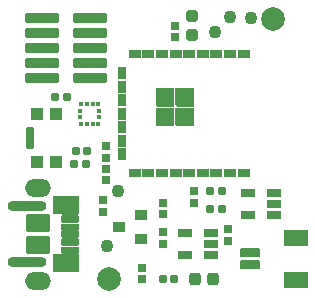
<source format=gts>
G04 #@! TF.GenerationSoftware,KiCad,Pcbnew,(6.0.11)*
G04 #@! TF.CreationDate,2023-05-05T12:53:29-03:00*
G04 #@! TF.ProjectId,HappyFeet,48617070-7946-4656-9574-2e6b69636164,V0.7*
G04 #@! TF.SameCoordinates,Original*
G04 #@! TF.FileFunction,Soldermask,Top*
G04 #@! TF.FilePolarity,Negative*
%FSLAX46Y46*%
G04 Gerber Fmt 4.6, Leading zero omitted, Abs format (unit mm)*
G04 Created by KiCad (PCBNEW (6.0.11)) date 2023-05-05 12:53:29*
%MOMM*%
%LPD*%
G01*
G04 APERTURE LIST*
G04 Aperture macros list*
%AMRoundRect*
0 Rectangle with rounded corners*
0 $1 Rounding radius*
0 $2 $3 $4 $5 $6 $7 $8 $9 X,Y pos of 4 corners*
0 Add a 4 corners polygon primitive as box body*
4,1,4,$2,$3,$4,$5,$6,$7,$8,$9,$2,$3,0*
0 Add four circle primitives for the rounded corners*
1,1,$1+$1,$2,$3*
1,1,$1+$1,$4,$5*
1,1,$1+$1,$6,$7*
1,1,$1+$1,$8,$9*
0 Add four rect primitives between the rounded corners*
20,1,$1+$1,$2,$3,$4,$5,0*
20,1,$1+$1,$4,$5,$6,$7,0*
20,1,$1+$1,$6,$7,$8,$9,0*
20,1,$1+$1,$8,$9,$2,$3,0*%
G04 Aperture macros list end*
%ADD10RoundRect,0.198300X0.147500X0.172500X-0.147500X0.172500X-0.147500X-0.172500X0.147500X-0.172500X0*%
%ADD11RoundRect,0.198300X-0.147500X-0.172500X0.147500X-0.172500X0.147500X0.172500X-0.147500X0.172500X0*%
%ADD12RoundRect,0.198300X-0.172500X0.147500X-0.172500X-0.147500X0.172500X-0.147500X0.172500X0.147500X0*%
%ADD13RoundRect,0.198300X0.172500X-0.147500X0.172500X0.147500X-0.172500X0.147500X-0.172500X-0.147500X0*%
%ADD14RoundRect,0.050800X-0.774700X0.330200X-0.774700X-0.330200X0.774700X-0.330200X0.774700X0.330200X0*%
%ADD15RoundRect,0.050800X-0.952500X0.647700X-0.952500X-0.647700X0.952500X-0.647700X0.952500X0.647700X0*%
%ADD16RoundRect,0.050800X-0.495300X0.444500X-0.495300X-0.444500X0.495300X-0.444500X0.495300X0.444500X0*%
%ADD17RoundRect,0.050800X-0.279400X0.850900X-0.279400X-0.850900X0.279400X-0.850900X0.279400X0.850900X0*%
%ADD18RoundRect,0.050800X0.530000X0.325000X-0.530000X0.325000X-0.530000X-0.325000X0.530000X-0.325000X0*%
%ADD19C,2.000000*%
%ADD20RoundRect,0.269550X0.256250X-0.218750X0.256250X0.218750X-0.256250X0.218750X-0.256250X-0.218750X0*%
%ADD21RoundRect,0.269550X0.218750X0.256250X-0.218750X0.256250X-0.218750X-0.256250X0.218750X-0.256250X0*%
%ADD22RoundRect,0.050800X0.139700X0.152400X-0.139700X0.152400X-0.139700X-0.152400X0.139700X-0.152400X0*%
%ADD23RoundRect,0.050800X0.152400X-0.139700X0.152400X0.139700X-0.152400X0.139700X-0.152400X-0.139700X0*%
%ADD24R,1.383000X1.383000*%
%ADD25RoundRect,0.050800X-0.444500X-0.304800X0.444500X-0.304800X0.444500X0.304800X-0.444500X0.304800X0*%
%ADD26RoundRect,0.050800X-0.304800X0.444500X-0.304800X-0.444500X0.304800X-0.444500X0.304800X0.444500X0*%
%ADD27RoundRect,0.050800X-0.750000X0.750000X-0.750000X-0.750000X0.750000X-0.750000X0.750000X0.750000X0*%
%ADD28C,1.101600*%
%ADD29RoundRect,0.050800X0.444500X-0.406400X0.444500X0.406400X-0.444500X0.406400X-0.444500X-0.406400X0*%
%ADD30O,3.301600X0.901600*%
%ADD31RoundRect,0.050800X-0.685800X0.228600X-0.685800X-0.228600X0.685800X-0.228600X0.685800X0.228600X0*%
%ADD32RoundRect,0.050800X-1.054100X-0.736600X1.054100X-0.736600X1.054100X0.736600X-1.054100X0.736600X0*%
%ADD33RoundRect,0.050800X-0.952500X0.685800X-0.952500X-0.685800X0.952500X-0.685800X0.952500X0.685800X0*%
%ADD34O,2.209800X1.498600*%
%ADD35RoundRect,0.050800X-1.395000X0.370000X-1.395000X-0.370000X1.395000X-0.370000X1.395000X0.370000X0*%
G04 APERTURE END LIST*
D10*
G04 #@! TO.C,C3*
X103855000Y-78070000D03*
X102885000Y-78070000D03*
G04 #@! TD*
D11*
G04 #@! TO.C,C15*
X104635000Y-82620000D03*
X105605000Y-82620000D03*
G04 #@! TD*
D12*
G04 #@! TO.C,C18*
X112000000Y-89515000D03*
X112000000Y-90485000D03*
G04 #@! TD*
D13*
G04 #@! TO.C,C19*
X112000000Y-87985000D03*
X112000000Y-87015000D03*
G04 #@! TD*
D11*
G04 #@! TO.C,C22*
X116015000Y-86000000D03*
X116985000Y-86000000D03*
G04 #@! TD*
G04 #@! TO.C,C26*
X116015000Y-87500000D03*
X116985000Y-87500000D03*
G04 #@! TD*
D14*
G04 #@! TO.C,J3*
X119401500Y-92249999D03*
X119401500Y-91250001D03*
D15*
X123276501Y-89950001D03*
X123276501Y-93549999D03*
G04 #@! TD*
D13*
G04 #@! TO.C,R1*
X113000000Y-72985000D03*
X113000000Y-72015000D03*
G04 #@! TD*
D10*
G04 #@! TO.C,R3*
X105485000Y-83750000D03*
X104515000Y-83750000D03*
G04 #@! TD*
D16*
G04 #@! TO.C,SW1*
X102980001Y-79450002D03*
X101379999Y-79450002D03*
X102980001Y-83549998D03*
X101379999Y-83549998D03*
D17*
X100754999Y-81500000D03*
G04 #@! TD*
D18*
G04 #@! TO.C,U4*
X116100000Y-91450000D03*
X116100000Y-90500000D03*
X116100000Y-89550000D03*
X113900000Y-89550000D03*
X113900000Y-91450000D03*
G04 #@! TD*
D12*
G04 #@! TO.C,C24*
X114610000Y-86045000D03*
X114610000Y-87015000D03*
G04 #@! TD*
D19*
G04 #@! TO.C,FID1*
X121360000Y-71460000D03*
G04 #@! TD*
D20*
G04 #@! TO.C,D1*
X114500000Y-72787500D03*
X114500000Y-71212500D03*
G04 #@! TD*
D21*
G04 #@! TO.C,D3*
X116287500Y-93500000D03*
X114712500Y-93500000D03*
G04 #@! TD*
D13*
G04 #@! TO.C,R7*
X110250000Y-93485000D03*
X110250000Y-92515000D03*
G04 #@! TD*
D11*
G04 #@! TO.C,R6*
X112015000Y-93500000D03*
X112985000Y-93500000D03*
G04 #@! TD*
D18*
G04 #@! TO.C,U5*
X121400000Y-88050000D03*
X121400000Y-87100000D03*
X121400000Y-86150000D03*
X119200000Y-86150000D03*
X119200000Y-88050000D03*
G04 #@! TD*
D22*
G04 #@! TO.C,U2*
X105049999Y-80325500D03*
X105550000Y-80325500D03*
X106050000Y-80325500D03*
X106550001Y-80325500D03*
D23*
X106625500Y-79750000D03*
X106625500Y-79250000D03*
D22*
X106550001Y-78674500D03*
X106050000Y-78674500D03*
X105550000Y-78674500D03*
X105049999Y-78674500D03*
D23*
X104974500Y-79250000D03*
X104974500Y-79750000D03*
G04 #@! TD*
D13*
G04 #@! TO.C,C23*
X117500000Y-90235000D03*
X117500000Y-89265000D03*
G04 #@! TD*
D24*
G04 #@! TO.C,U1*
X113910022Y-79730000D03*
X113906212Y-78029900D03*
X112204412Y-79731700D03*
X112191712Y-78030000D03*
D25*
X118835118Y-74415000D03*
X117685117Y-74415000D03*
X116535117Y-74415000D03*
X115385117Y-74415000D03*
X114235117Y-74415000D03*
X113085116Y-74415000D03*
X111935116Y-74415000D03*
X110785116Y-74415000D03*
X109635116Y-74415000D03*
D26*
X108535512Y-76015009D03*
X108535512Y-77165010D03*
X108535512Y-78315010D03*
X108535512Y-79465010D03*
X108535512Y-80615010D03*
X108535512Y-81765011D03*
X108535512Y-82915011D03*
D25*
X109635116Y-84515000D03*
X110785116Y-84515000D03*
X111935116Y-84515000D03*
X113085116Y-84515000D03*
X114235117Y-84515000D03*
X115385117Y-84515000D03*
X116535117Y-84515000D03*
X117685117Y-84515000D03*
X118835118Y-84515000D03*
D27*
X113910111Y-78029900D03*
X112210112Y-78030000D03*
X112210000Y-79730000D03*
X113910022Y-79730000D03*
G04 #@! TD*
D13*
G04 #@! TO.C,R4*
X107200000Y-85085000D03*
X107200000Y-84115000D03*
G04 #@! TD*
G04 #@! TO.C,R8*
X107200000Y-83185000D03*
X107200000Y-82215000D03*
G04 #@! TD*
D19*
G04 #@! TO.C,FID2*
X107400000Y-93470000D03*
G04 #@! TD*
D28*
G04 #@! TO.C,TP1*
X108200000Y-86000000D03*
G04 #@! TD*
G04 #@! TO.C,TP2*
X119500000Y-71350000D03*
G04 #@! TD*
G04 #@! TO.C,TP3*
X107300000Y-90670000D03*
G04 #@! TD*
G04 #@! TO.C,TP4*
X117700000Y-71310000D03*
G04 #@! TD*
G04 #@! TO.C,TP5*
X116380000Y-72580000D03*
G04 #@! TD*
D13*
G04 #@! TO.C,R5*
X106900000Y-87755000D03*
X106900000Y-86785000D03*
G04 #@! TD*
D29*
G04 #@! TO.C,Z1*
X110154999Y-90064999D03*
X110154999Y-88015001D03*
X108265000Y-89040000D03*
G04 #@! TD*
D30*
G04 #@! TO.C,J1*
X100500000Y-87295000D03*
X100500000Y-92045000D03*
D31*
X104136394Y-90970000D03*
X104136394Y-90319999D03*
X104136394Y-89670000D03*
X104136394Y-89020001D03*
X104136394Y-88370000D03*
D32*
X103768100Y-87207501D03*
X103768100Y-92132499D03*
D33*
X101472300Y-88732500D03*
X101472300Y-90607500D03*
D34*
X101468200Y-85720300D03*
X101468200Y-93619700D03*
G04 #@! TD*
D35*
G04 #@! TO.C,J2*
X101750000Y-71364000D03*
X105820000Y-71364000D03*
X101750000Y-72634000D03*
X105820000Y-72634000D03*
X101750000Y-73904000D03*
X105820000Y-73904000D03*
X101750000Y-75174000D03*
X105820000Y-75174000D03*
X101750000Y-76444000D03*
X105820000Y-76444000D03*
G04 #@! TD*
G36*
X103450793Y-91247400D02*
G01*
X104821995Y-91247400D01*
X104823163Y-91247168D01*
X104825057Y-91247812D01*
X104825447Y-91249773D01*
X104824664Y-91250793D01*
X104795327Y-91270395D01*
X104788109Y-91306679D01*
X104808785Y-91337621D01*
X104822376Y-91343251D01*
X104823594Y-91344838D01*
X104822829Y-91346686D01*
X104821611Y-91347099D01*
X103423960Y-91347099D01*
X103422228Y-91346099D01*
X103422228Y-91344099D01*
X103423195Y-91343251D01*
X103458135Y-91328778D01*
X103472292Y-91294601D01*
X103458092Y-91260320D01*
X103435814Y-91248411D01*
X103434758Y-91246712D01*
X103435701Y-91244949D01*
X103437147Y-91244685D01*
X103450793Y-91247400D01*
G37*
G36*
X104836363Y-90595561D02*
G01*
X104836753Y-90597523D01*
X104835970Y-90598543D01*
X104806632Y-90618143D01*
X104799414Y-90654427D01*
X104820087Y-90685370D01*
X104833140Y-90690777D01*
X104834358Y-90692364D01*
X104833593Y-90694212D01*
X104831985Y-90694587D01*
X104821995Y-90692600D01*
X103450793Y-90692600D01*
X103438319Y-90695081D01*
X103436425Y-90694438D01*
X103436035Y-90692476D01*
X103436818Y-90691456D01*
X103466156Y-90671856D01*
X103473374Y-90635572D01*
X103452701Y-90604629D01*
X103439648Y-90599222D01*
X103438430Y-90597635D01*
X103439195Y-90595787D01*
X103440803Y-90595412D01*
X103450793Y-90597399D01*
X104821995Y-90597399D01*
X104834469Y-90594918D01*
X104836363Y-90595561D01*
G37*
G36*
X104836368Y-89945561D02*
G01*
X104836758Y-89947523D01*
X104835975Y-89948543D01*
X104806637Y-89968143D01*
X104799419Y-90004427D01*
X104820092Y-90035370D01*
X104833145Y-90040777D01*
X104834363Y-90042364D01*
X104833598Y-90044212D01*
X104831990Y-90044587D01*
X104821995Y-90042599D01*
X103450793Y-90042599D01*
X103438314Y-90045081D01*
X103436420Y-90044438D01*
X103436030Y-90042476D01*
X103436813Y-90041456D01*
X103466151Y-90021856D01*
X103473369Y-89985572D01*
X103452696Y-89954629D01*
X103439643Y-89949222D01*
X103438425Y-89947635D01*
X103439190Y-89945787D01*
X103440798Y-89945412D01*
X103450793Y-89947400D01*
X104821995Y-89947400D01*
X104834474Y-89944918D01*
X104836368Y-89945561D01*
G37*
G36*
X104836368Y-89295562D02*
G01*
X104836758Y-89297524D01*
X104835975Y-89298544D01*
X104806637Y-89318144D01*
X104799419Y-89354428D01*
X104820092Y-89385371D01*
X104833145Y-89390778D01*
X104834363Y-89392365D01*
X104833598Y-89394213D01*
X104831990Y-89394588D01*
X104821995Y-89392600D01*
X103450793Y-89392600D01*
X103438314Y-89395082D01*
X103436420Y-89394439D01*
X103436030Y-89392477D01*
X103436813Y-89391457D01*
X103466151Y-89371857D01*
X103473369Y-89335573D01*
X103452696Y-89304630D01*
X103439643Y-89299223D01*
X103438425Y-89297636D01*
X103439190Y-89295788D01*
X103440798Y-89295413D01*
X103450793Y-89297401D01*
X104821995Y-89297401D01*
X104834474Y-89294919D01*
X104836368Y-89295562D01*
G37*
G36*
X104836363Y-88645562D02*
G01*
X104836753Y-88647524D01*
X104835970Y-88648544D01*
X104806632Y-88668144D01*
X104799414Y-88704428D01*
X104820087Y-88735371D01*
X104833140Y-88740778D01*
X104834358Y-88742365D01*
X104833593Y-88744213D01*
X104831985Y-88744588D01*
X104821995Y-88742601D01*
X103450793Y-88742601D01*
X103438319Y-88745082D01*
X103436425Y-88744439D01*
X103436035Y-88742477D01*
X103436818Y-88741457D01*
X103466156Y-88721857D01*
X103473374Y-88685573D01*
X103452701Y-88654630D01*
X103439648Y-88649223D01*
X103438430Y-88647636D01*
X103439195Y-88645788D01*
X103440803Y-88645413D01*
X103450793Y-88647400D01*
X104821995Y-88647400D01*
X104834469Y-88644919D01*
X104836363Y-88645562D01*
G37*
G36*
X104825058Y-87993314D02*
G01*
X104825448Y-87995275D01*
X104824665Y-87996295D01*
X104795327Y-88015897D01*
X104788109Y-88052180D01*
X104808785Y-88083123D01*
X104822372Y-88088752D01*
X104823590Y-88090339D01*
X104822824Y-88092187D01*
X104821607Y-88092600D01*
X103450793Y-88092600D01*
X103436307Y-88095482D01*
X103434413Y-88094839D01*
X103434023Y-88092877D01*
X103434806Y-88091857D01*
X103464145Y-88072256D01*
X103471363Y-88035973D01*
X103450751Y-88005119D01*
X103423377Y-87996815D01*
X103422010Y-87995355D01*
X103422591Y-87993441D01*
X103423958Y-87992901D01*
X104822001Y-87992901D01*
X104823164Y-87992670D01*
X104825058Y-87993314D01*
G37*
G36*
X113012463Y-78982743D02*
G01*
X113033157Y-79013715D01*
X113069440Y-79020933D01*
X113100383Y-79000257D01*
X113107374Y-78983381D01*
X113108961Y-78982163D01*
X113110809Y-78982929D01*
X113111222Y-78984146D01*
X113111222Y-80476146D01*
X113110222Y-80477878D01*
X113108222Y-80477878D01*
X113107559Y-80477257D01*
X113086865Y-80446285D01*
X113050582Y-80439067D01*
X113019639Y-80459743D01*
X113012648Y-80476619D01*
X113011061Y-80477837D01*
X113009213Y-80477071D01*
X113008800Y-80475854D01*
X113008800Y-78983854D01*
X113009800Y-78982122D01*
X113011800Y-78982122D01*
X113012463Y-78982743D01*
G37*
G36*
X114657819Y-78829700D02*
G01*
X114657819Y-78831700D01*
X114657198Y-78832363D01*
X114626156Y-78853103D01*
X114618938Y-78889386D01*
X114639611Y-78920329D01*
X114656563Y-78927352D01*
X114657780Y-78928939D01*
X114657014Y-78930787D01*
X114655797Y-78931200D01*
X113164046Y-78931200D01*
X113162314Y-78930200D01*
X113162314Y-78928200D01*
X113162935Y-78927537D01*
X113193977Y-78906797D01*
X113201195Y-78870514D01*
X113180522Y-78839571D01*
X113163570Y-78832548D01*
X113162353Y-78830961D01*
X113163119Y-78829113D01*
X113164336Y-78828700D01*
X114656087Y-78828700D01*
X114657819Y-78829700D01*
G37*
G36*
X112957989Y-78829800D02*
G01*
X112957989Y-78831800D01*
X112957368Y-78832463D01*
X112926396Y-78853157D01*
X112919178Y-78889440D01*
X112939854Y-78920383D01*
X112956676Y-78927352D01*
X112957894Y-78928939D01*
X112957128Y-78930787D01*
X112955911Y-78931200D01*
X111463855Y-78931200D01*
X111462123Y-78930200D01*
X111462123Y-78928200D01*
X111462744Y-78927537D01*
X111493716Y-78906843D01*
X111500934Y-78870560D01*
X111480258Y-78839617D01*
X111463436Y-78832648D01*
X111462218Y-78831061D01*
X111462984Y-78829213D01*
X111464201Y-78828800D01*
X112956257Y-78828800D01*
X112957989Y-78829800D01*
G37*
G36*
X113012575Y-77282668D02*
G01*
X113033246Y-77313608D01*
X113069529Y-77320826D01*
X113100473Y-77300151D01*
X113107463Y-77283277D01*
X113109050Y-77282059D01*
X113110898Y-77282824D01*
X113111311Y-77284042D01*
X113111311Y-78776121D01*
X113110311Y-78777853D01*
X113108311Y-78777853D01*
X113107648Y-78777232D01*
X113086977Y-78746292D01*
X113050694Y-78739074D01*
X113019750Y-78759749D01*
X113012760Y-78776623D01*
X113011173Y-78777841D01*
X113009325Y-78777076D01*
X113008912Y-78775858D01*
X113008912Y-77283779D01*
X113009912Y-77282047D01*
X113011912Y-77282047D01*
X113012575Y-77282668D01*
G37*
M02*

</source>
